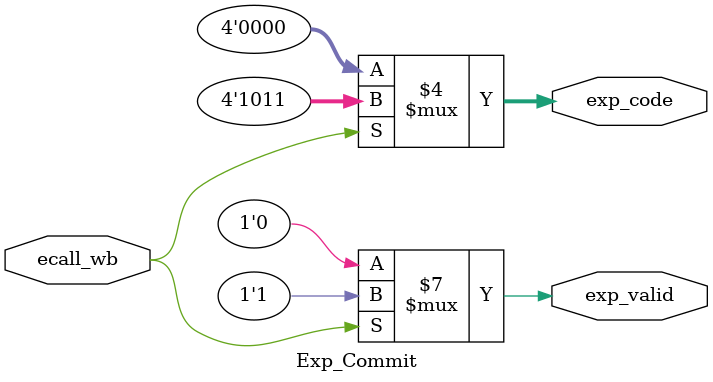
<source format=sv>
`include "./include/config.sv"

module Exp_Commit(
    input   logic [ 0:0] ecall_wb, //是否是ecall指令
    output  logic [ 3:0] exp_code,
    output  logic [ 0:0] exp_valid
);
    always_comb begin
        exp_valid = 1'b0;
        exp_code = 4'b0;
        if (ecall_wb == 1'b1) begin
            exp_valid = 1'b1;
            exp_code = 4'b1011;
        end
    end
endmodule
</source>
